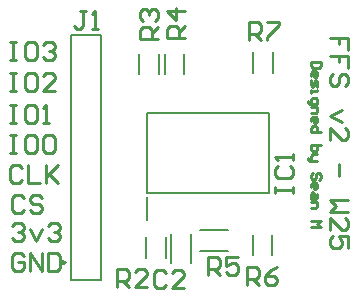
<source format=gbr>
%TF.GenerationSoftware,Altium Limited,Altium Designer,24.4.1 (13)*%
G04 Layer_Color=65535*
%FSLAX45Y45*%
%MOMM*%
%TF.SameCoordinates,881402D5-0203-4901-B5EA-5A78FED384BD*%
%TF.FilePolarity,Positive*%
%TF.FileFunction,Legend,Top*%
%TF.Part,Single*%
G01*
G75*
%TA.AperFunction,NonConductor*%
%ADD18C,0.25000*%
%ADD19C,0.20000*%
%ADD20C,0.25400*%
D18*
X14012817Y4005617D02*
G03*
X14012817Y4005617I-12500J0D01*
G01*
D19*
X14856517Y5597117D02*
Y5767117D01*
X15021516Y5597117D02*
Y5767117D01*
X14640617Y5597117D02*
Y5767117D01*
X14805617Y5597117D02*
Y5767117D01*
X15605017Y5613517D02*
Y5783517D01*
X15770016Y5613517D02*
Y5783517D01*
X14708917Y4592617D02*
Y5271617D01*
X15737317D01*
Y4592617D02*
Y5271617D01*
X14708917Y4592617D02*
X15737317D01*
X14708617Y4364617D02*
Y4557617D01*
X15152510Y4106510D02*
X15393723D01*
X15152510Y4277724D02*
X15393723D01*
X14907510Y4001510D02*
Y4242724D01*
X15078723Y4001510D02*
Y4242724D01*
X14065317Y3853617D02*
Y5935617D01*
Y3853617D02*
X14319318D01*
Y5935617D01*
X14065317D02*
X14319318D01*
X14700616Y4047117D02*
Y4217117D01*
X14865616Y4047117D02*
Y4217117D01*
X15600616Y4067117D02*
Y4237117D01*
X15765616Y4067117D02*
Y4237117D01*
D20*
X16410867Y5805150D02*
Y5906717D01*
X16334692D01*
Y5855934D01*
Y5906717D01*
X16258516D01*
X16410867Y5652799D02*
Y5754367D01*
X16334692D01*
Y5703583D01*
Y5754367D01*
X16258516D01*
X16385475Y5500449D02*
X16410867Y5525841D01*
Y5576624D01*
X16385475Y5602016D01*
X16360085D01*
X16334692Y5576624D01*
Y5525841D01*
X16309300Y5500449D01*
X16283908D01*
X16258516Y5525841D01*
Y5576624D01*
X16283908Y5602016D01*
X16360085Y5297315D02*
X16258516Y5246531D01*
X16360085Y5195747D01*
X16258516Y5043397D02*
Y5144964D01*
X16360085Y5043397D01*
X16385475D01*
X16410867Y5068788D01*
Y5119572D01*
X16385475Y5144964D01*
X16334692Y4840262D02*
Y4738695D01*
X16410867Y4535561D02*
X16258516D01*
X16309300Y4484777D01*
X16258516Y4433994D01*
X16410867D01*
X16258516Y4281643D02*
Y4383210D01*
X16360085Y4281643D01*
X16385475D01*
X16410867Y4307035D01*
Y4357818D01*
X16385475Y4383210D01*
X16410867Y4129292D02*
Y4230859D01*
X16334692D01*
X16360085Y4180076D01*
Y4154684D01*
X16334692Y4129292D01*
X16283908D01*
X16258516Y4154684D01*
Y4205468D01*
X16283908Y4230859D01*
X15029292Y5905158D02*
X14876941D01*
Y5981333D01*
X14902333Y6006725D01*
X14953116D01*
X14978508Y5981333D01*
Y5905158D01*
Y5955941D02*
X15029292Y6006725D01*
Y6133684D02*
X14876941D01*
X14953116Y6057509D01*
Y6159076D01*
X14799292Y5895158D02*
X14646941D01*
Y5971333D01*
X14672333Y5996725D01*
X14723116D01*
X14748508Y5971333D01*
Y5895158D01*
Y5945941D02*
X14799292Y5996725D01*
X14672333Y6047509D02*
X14646941Y6072900D01*
Y6123684D01*
X14672333Y6149076D01*
X14697723D01*
X14723116Y6123684D01*
Y6098292D01*
Y6123684D01*
X14748508Y6149076D01*
X14773900D01*
X14799292Y6123684D01*
Y6072900D01*
X14773900Y6047509D01*
X15566158Y5885942D02*
Y6038292D01*
X15642332D01*
X15667725Y6012901D01*
Y5962117D01*
X15642332Y5936725D01*
X15566158D01*
X15616940D02*
X15667725Y5885942D01*
X15718507Y6038292D02*
X15820076D01*
Y6012901D01*
X15718507Y5911334D01*
Y5885942D01*
X15789742Y4591971D02*
Y4642754D01*
Y4617363D01*
X15942091D01*
Y4591971D01*
Y4642754D01*
X15815134Y4820497D02*
X15789742Y4795105D01*
Y4744321D01*
X15815134Y4718930D01*
X15916701D01*
X15942091Y4744321D01*
Y4795105D01*
X15916701Y4820497D01*
X15942091Y4871280D02*
Y4922064D01*
Y4896672D01*
X15789742D01*
X15815134Y4871280D01*
X16175150Y5706717D02*
X16095175D01*
Y5666730D01*
X16108504Y5653401D01*
X16161819D01*
X16175150Y5666730D01*
Y5706717D01*
X16095175Y5586756D02*
Y5613414D01*
X16108504Y5626743D01*
X16135162D01*
X16148491Y5613414D01*
Y5586756D01*
X16135162Y5573427D01*
X16121832D01*
Y5626743D01*
X16095175Y5546769D02*
Y5506781D01*
X16108504Y5493453D01*
X16121832Y5506781D01*
Y5533440D01*
X16135162Y5546769D01*
X16148491Y5533440D01*
Y5493453D01*
X16095175Y5466795D02*
Y5440136D01*
Y5453465D01*
X16148491D01*
Y5466795D01*
X16068517Y5373491D02*
Y5360162D01*
X16081847Y5346833D01*
X16148491D01*
Y5386820D01*
X16135162Y5400149D01*
X16108504D01*
X16095175Y5386820D01*
Y5346833D01*
Y5320175D02*
X16148491D01*
Y5280188D01*
X16135162Y5266859D01*
X16095175D01*
Y5200214D02*
Y5226872D01*
X16108504Y5240201D01*
X16135162D01*
X16148491Y5226872D01*
Y5200214D01*
X16135162Y5186885D01*
X16121832D01*
Y5240201D01*
X16175150Y5106911D02*
X16095175D01*
Y5146898D01*
X16108504Y5160227D01*
X16135162D01*
X16148491Y5146898D01*
Y5106911D01*
X16175150Y5000278D02*
X16095175D01*
Y4960291D01*
X16108504Y4946962D01*
X16121832D01*
X16135162D01*
X16148491Y4960291D01*
Y5000278D01*
Y4920304D02*
X16108504D01*
X16095175Y4906975D01*
Y4866988D01*
X16081847D01*
X16068517Y4880317D01*
Y4893646D01*
X16095175Y4866988D02*
X16148491D01*
X16161819Y4707040D02*
X16175150Y4720369D01*
Y4747027D01*
X16161819Y4760356D01*
X16148491D01*
X16135162Y4747027D01*
Y4720369D01*
X16121832Y4707040D01*
X16108504D01*
X16095175Y4720369D01*
Y4747027D01*
X16108504Y4760356D01*
X16095175Y4640394D02*
Y4667052D01*
X16108504Y4680382D01*
X16135162D01*
X16148491Y4667052D01*
Y4640394D01*
X16135162Y4627065D01*
X16121832D01*
Y4680382D01*
X16148491Y4587078D02*
Y4560420D01*
X16135162Y4547091D01*
X16095175D01*
Y4587078D01*
X16108504Y4600407D01*
X16121832Y4587078D01*
Y4547091D01*
X16095175Y4520433D02*
X16148491D01*
Y4480446D01*
X16135162Y4467117D01*
X16095175D01*
Y4360485D02*
X16175150D01*
X16148491Y4333827D01*
X16175150Y4307169D01*
X16095175D01*
X13546516Y5872468D02*
X13597301D01*
X13571909D01*
Y5720117D01*
X13546516D01*
X13597301D01*
X13749651Y5872468D02*
X13698866D01*
X13673476Y5847076D01*
Y5745509D01*
X13698866Y5720117D01*
X13749651D01*
X13775043Y5745509D01*
Y5847076D01*
X13749651Y5872468D01*
X13825826Y5847076D02*
X13851218Y5872468D01*
X13902000D01*
X13927393Y5847076D01*
Y5821684D01*
X13902000Y5796292D01*
X13876610D01*
X13902000D01*
X13927393Y5770901D01*
Y5745509D01*
X13902000Y5720117D01*
X13851218D01*
X13825826Y5745509D01*
X13546516Y5605768D02*
X13597301D01*
X13571909D01*
Y5453417D01*
X13546516D01*
X13597301D01*
X13749651Y5605768D02*
X13698866D01*
X13673476Y5580376D01*
Y5478809D01*
X13698866Y5453417D01*
X13749651D01*
X13775043Y5478809D01*
Y5580376D01*
X13749651Y5605768D01*
X13927393Y5453417D02*
X13825826D01*
X13927393Y5554984D01*
Y5580376D01*
X13902000Y5605768D01*
X13851218D01*
X13825826Y5580376D01*
X13546516Y5339068D02*
X13597301D01*
X13571909D01*
Y5186717D01*
X13546516D01*
X13597301D01*
X13749651Y5339068D02*
X13698866D01*
X13673476Y5313676D01*
Y5212109D01*
X13698866Y5186717D01*
X13749651D01*
X13775043Y5212109D01*
Y5313676D01*
X13749651Y5339068D01*
X13825826Y5186717D02*
X13876610D01*
X13851218D01*
Y5339068D01*
X13825826Y5313676D01*
X13546516Y5085068D02*
X13597301D01*
X13571909D01*
Y4932717D01*
X13546516D01*
X13597301D01*
X13749651Y5085068D02*
X13698866D01*
X13673476Y5059676D01*
Y4958109D01*
X13698866Y4932717D01*
X13749651D01*
X13775043Y4958109D01*
Y5059676D01*
X13749651Y5085068D01*
X13825826Y5059676D02*
X13851218Y5085068D01*
X13902000D01*
X13927393Y5059676D01*
Y4958109D01*
X13902000Y4932717D01*
X13851218D01*
X13825826Y4958109D01*
Y5059676D01*
X13648083Y4805676D02*
X13622691Y4831068D01*
X13571909D01*
X13546516Y4805676D01*
Y4704109D01*
X13571909Y4678717D01*
X13622691D01*
X13648083Y4704109D01*
X13698866Y4831068D02*
Y4678717D01*
X13800433D01*
X13851218Y4831068D02*
Y4678717D01*
Y4729501D01*
X13952785Y4831068D01*
X13876610Y4754892D01*
X13952785Y4678717D01*
X13660783Y4551676D02*
X13635393Y4577068D01*
X13584608D01*
X13559216Y4551676D01*
Y4450109D01*
X13584608Y4424717D01*
X13635393D01*
X13660783Y4450109D01*
X13813133Y4551676D02*
X13787743Y4577068D01*
X13736958D01*
X13711568Y4551676D01*
Y4526284D01*
X13736958Y4500892D01*
X13787743D01*
X13813133Y4475501D01*
Y4450109D01*
X13787743Y4424717D01*
X13736958D01*
X13711568Y4450109D01*
X13559216Y4310376D02*
X13584608Y4335768D01*
X13635393D01*
X13660783Y4310376D01*
Y4284984D01*
X13635393Y4259592D01*
X13610001D01*
X13635393D01*
X13660783Y4234201D01*
Y4208809D01*
X13635393Y4183417D01*
X13584608D01*
X13559216Y4208809D01*
X13711568Y4284984D02*
X13762350Y4183417D01*
X13813133Y4284984D01*
X13863918Y4310376D02*
X13889310Y4335768D01*
X13940092D01*
X13965485Y4310376D01*
Y4284984D01*
X13940092Y4259592D01*
X13914700D01*
X13940092D01*
X13965485Y4234201D01*
Y4208809D01*
X13940092Y4183417D01*
X13889310D01*
X13863918Y4208809D01*
X13660783Y4056376D02*
X13635393Y4081768D01*
X13584608D01*
X13559216Y4056376D01*
Y3954809D01*
X13584608Y3929417D01*
X13635393D01*
X13660783Y3954809D01*
Y4005592D01*
X13610001D01*
X13711568Y3929417D02*
Y4081768D01*
X13813133Y3929417D01*
Y4081768D01*
X13863918D02*
Y3929417D01*
X13940092D01*
X13965485Y3954809D01*
Y4056376D01*
X13940092Y4081768D01*
X13863918D01*
X14865248Y3912900D02*
X14839856Y3938292D01*
X14789073D01*
X14763681Y3912900D01*
Y3811333D01*
X14789073Y3785942D01*
X14839856D01*
X14865248Y3811333D01*
X15017599Y3785942D02*
X14916032D01*
X15017599Y3887509D01*
Y3912900D01*
X14992207Y3938292D01*
X14941425D01*
X14916032Y3912900D01*
X15556158Y3815942D02*
Y3968293D01*
X15632333D01*
X15657726Y3942901D01*
Y3892117D01*
X15632333Y3866725D01*
X15556158D01*
X15606941D02*
X15657726Y3815942D01*
X15810075Y3968293D02*
X15759293Y3942901D01*
X15708508Y3892117D01*
Y3841334D01*
X15733900Y3815942D01*
X15784685D01*
X15810075Y3841334D01*
Y3866725D01*
X15784685Y3892117D01*
X15708508D01*
X15226158Y3895942D02*
Y4048292D01*
X15302333D01*
X15327725Y4022901D01*
Y3972117D01*
X15302333Y3946725D01*
X15226158D01*
X15276941D02*
X15327725Y3895942D01*
X15480077Y4048292D02*
X15378508D01*
Y3972117D01*
X15429292Y3997509D01*
X15454684D01*
X15480077Y3972117D01*
Y3921334D01*
X15454684Y3895942D01*
X15403900D01*
X15378508Y3921334D01*
X14448528Y3800272D02*
Y3952623D01*
X14524702D01*
X14550095Y3927231D01*
Y3876447D01*
X14524702Y3851056D01*
X14448528D01*
X14499310D02*
X14550095Y3800272D01*
X14702444D02*
X14600877D01*
X14702444Y3901839D01*
Y3927231D01*
X14677052Y3952623D01*
X14626270D01*
X14600877Y3927231D01*
X14193117Y6138293D02*
X14142332D01*
X14167725D01*
Y6011334D01*
X14142332Y5985942D01*
X14116942D01*
X14091550Y6011334D01*
X14243900Y5985942D02*
X14294684D01*
X14269292D01*
Y6138293D01*
X14243900Y6112901D01*
%TF.MD5,173515c7aadefc9932f0ff4c9aa6f3d2*%
M02*

</source>
